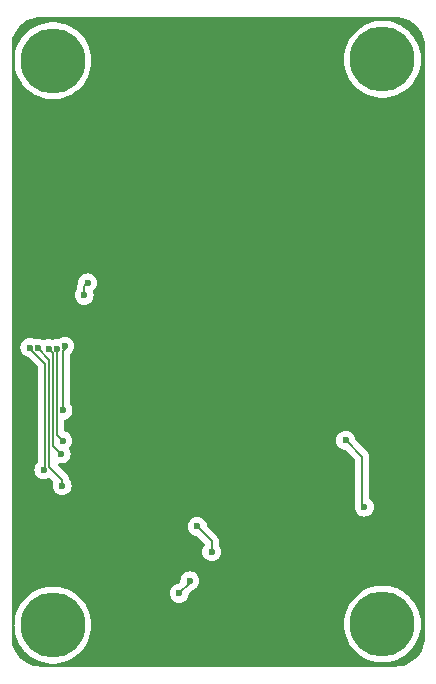
<source format=gbr>
%TF.GenerationSoftware,KiCad,Pcbnew,8.0.7*%
%TF.CreationDate,2025-01-15T11:33:58+05:30*%
%TF.ProjectId,STHDAQ_B1,53544844-4151-45f4-9231-2e6b69636164,rev?*%
%TF.SameCoordinates,Original*%
%TF.FileFunction,Copper,L2,Bot*%
%TF.FilePolarity,Positive*%
%FSLAX46Y46*%
G04 Gerber Fmt 4.6, Leading zero omitted, Abs format (unit mm)*
G04 Created by KiCad (PCBNEW 8.0.7) date 2025-01-15 11:33:58*
%MOMM*%
%LPD*%
G01*
G04 APERTURE LIST*
%TA.AperFunction,ComponentPad*%
%ADD10C,3.600000*%
%TD*%
%TA.AperFunction,ConnectorPad*%
%ADD11C,5.500000*%
%TD*%
%TA.AperFunction,ViaPad*%
%ADD12C,0.600000*%
%TD*%
%TA.AperFunction,Conductor*%
%ADD13C,0.200000*%
%TD*%
G04 APERTURE END LIST*
D10*
%TO.P,H1,1*%
%TO.N,N/C*%
X168930000Y-54605000D03*
D11*
X168930000Y-54605000D03*
%TD*%
D10*
%TO.P,H2,1*%
%TO.N,N/C*%
X141030000Y-54705000D03*
D11*
X141030000Y-54705000D03*
%TD*%
D10*
%TO.P,H4,1*%
%TO.N,N/C*%
X168930000Y-102405000D03*
D11*
X168930000Y-102405000D03*
%TD*%
D10*
%TO.P,H3,1*%
%TO.N,N/C*%
X141030000Y-102505000D03*
D11*
X141030000Y-102505000D03*
%TD*%
D12*
%TO.N,Earth*%
X165180000Y-77700000D03*
X164290000Y-83790000D03*
X159690000Y-90050000D03*
X164490000Y-93290000D03*
X159890000Y-95210000D03*
X143170000Y-93090000D03*
X152540000Y-89465000D03*
%TO.N,B_VIN*%
X151720000Y-99800000D03*
X152625000Y-98755000D03*
%TO.N,Net-(D3-A)*%
X153250000Y-94150000D03*
X154480000Y-96290000D03*
%TO.N,BAT*%
X167400000Y-92510000D03*
X165820000Y-86860000D03*
%TO.N,/DOUT*%
X143680000Y-74570000D03*
X143960000Y-73530000D03*
%TO.N,/DIN*%
X141880000Y-84310000D03*
X142041433Y-78897147D03*
%TO.N,/DRDY*%
X141860000Y-86880000D03*
X141370003Y-79095098D03*
%TO.N,/CS*%
X141730000Y-88010000D03*
X140670000Y-79095098D03*
%TO.N,/SYNC{slash}PDWN*%
X141810000Y-90710000D03*
X139776428Y-79070652D03*
%TO.N,/RESET*%
X140260000Y-89350000D03*
X139080000Y-79000000D03*
%TO.N,Earth*%
X152470000Y-83365000D03*
X154250000Y-84315000D03*
X156450000Y-87335000D03*
X148610000Y-92275000D03*
X149250000Y-91235000D03*
X148630000Y-87865000D03*
X148630000Y-86870000D03*
X148590000Y-85890000D03*
%TD*%
D13*
%TO.N,/DOUT*%
X143680000Y-73810000D02*
X143960000Y-73530000D01*
X143680000Y-74570000D02*
X143680000Y-73810000D01*
%TO.N,/RESET*%
X139080000Y-79081331D02*
X139080000Y-79000000D01*
X140390000Y-80391331D02*
X139080000Y-79081331D01*
X140390000Y-89220000D02*
X140390000Y-80391331D01*
X140260000Y-89350000D02*
X140390000Y-89220000D01*
%TO.N,/SYNC{slash}PDWN*%
X140720000Y-80014224D02*
X139776428Y-79070652D01*
X141810000Y-90192893D02*
X140720000Y-89102893D01*
X140720000Y-89102893D02*
X140720000Y-80014224D01*
X141810000Y-90710000D02*
X141810000Y-90192893D01*
%TO.N,/CS*%
X140870003Y-79302205D02*
X140870003Y-79295101D01*
X141020000Y-79452202D02*
X140870003Y-79302205D01*
X141020000Y-87300000D02*
X141020000Y-79452202D01*
X141730000Y-88010000D02*
X141020000Y-87300000D01*
X140870003Y-79295101D02*
X140670000Y-79095098D01*
%TO.N,/DRDY*%
X141380000Y-79105095D02*
X141370003Y-79095098D01*
X141380000Y-86400000D02*
X141380000Y-79105095D01*
X141860000Y-86880000D02*
X141380000Y-86400000D01*
%TO.N,/DIN*%
X142041433Y-79130775D02*
X142041433Y-78897147D01*
X141880000Y-79292208D02*
X142041433Y-79130775D01*
X141880000Y-84310000D02*
X141880000Y-79292208D01*
%TO.N,B_VIN*%
X152625000Y-98755000D02*
X152625000Y-98895000D01*
X152625000Y-98895000D02*
X151720000Y-99800000D01*
%TO.N,Net-(D3-A)*%
X153250000Y-94150000D02*
X154480000Y-95380000D01*
X154480000Y-95380000D02*
X154480000Y-96290000D01*
%TO.N,BAT*%
X167210000Y-92320000D02*
X167210000Y-88250000D01*
X167210000Y-88250000D02*
X165820000Y-86860000D01*
X167400000Y-92510000D02*
X167210000Y-92320000D01*
%TD*%
%TA.AperFunction,Conductor*%
%TO.N,Earth*%
G36*
X170033736Y-51005726D02*
G01*
X170323796Y-51023271D01*
X170338659Y-51025076D01*
X170620798Y-51076780D01*
X170635335Y-51080363D01*
X170909172Y-51165695D01*
X170923163Y-51171000D01*
X171184743Y-51288727D01*
X171197989Y-51295680D01*
X171443465Y-51444075D01*
X171455776Y-51452573D01*
X171506879Y-51492609D01*
X171681573Y-51629473D01*
X171692781Y-51639403D01*
X171895596Y-51842218D01*
X171905526Y-51853426D01*
X172025481Y-52006538D01*
X172082422Y-52079217D01*
X172090928Y-52091540D01*
X172239316Y-52337004D01*
X172246275Y-52350263D01*
X172363997Y-52611831D01*
X172369306Y-52625832D01*
X172454635Y-52899663D01*
X172458219Y-52914201D01*
X172509923Y-53196340D01*
X172511728Y-53211205D01*
X172529274Y-53501263D01*
X172529500Y-53508750D01*
X172529500Y-103501249D01*
X172529274Y-103508736D01*
X172511728Y-103798794D01*
X172509923Y-103813659D01*
X172458219Y-104095798D01*
X172454635Y-104110336D01*
X172369306Y-104384167D01*
X172363997Y-104398168D01*
X172246275Y-104659736D01*
X172239316Y-104672995D01*
X172090928Y-104918459D01*
X172082422Y-104930782D01*
X171905526Y-105156573D01*
X171895596Y-105167781D01*
X171692781Y-105370596D01*
X171681573Y-105380526D01*
X171455782Y-105557422D01*
X171443459Y-105565928D01*
X171197995Y-105714316D01*
X171184736Y-105721275D01*
X170923168Y-105838997D01*
X170909167Y-105844306D01*
X170635336Y-105929635D01*
X170620798Y-105933219D01*
X170338659Y-105984923D01*
X170323794Y-105986728D01*
X170033736Y-106004274D01*
X170026249Y-106004500D01*
X140033751Y-106004500D01*
X140026264Y-106004274D01*
X139736205Y-105986728D01*
X139721340Y-105984923D01*
X139439201Y-105933219D01*
X139424663Y-105929635D01*
X139150832Y-105844306D01*
X139136831Y-105838997D01*
X138875263Y-105721275D01*
X138862004Y-105714316D01*
X138764709Y-105655499D01*
X138616537Y-105565926D01*
X138604217Y-105557422D01*
X138568033Y-105529074D01*
X138440388Y-105429070D01*
X138378426Y-105380526D01*
X138367218Y-105370596D01*
X138164403Y-105167781D01*
X138154473Y-105156573D01*
X138109645Y-105099354D01*
X137977573Y-104930776D01*
X137969075Y-104918465D01*
X137820680Y-104672989D01*
X137813727Y-104659743D01*
X137696000Y-104398163D01*
X137690693Y-104384167D01*
X137687841Y-104375016D01*
X137605363Y-104110335D01*
X137601780Y-104095798D01*
X137550076Y-103813659D01*
X137548271Y-103798794D01*
X137546641Y-103771854D01*
X137530726Y-103508736D01*
X137530500Y-103501249D01*
X137530500Y-102577963D01*
X137550185Y-102510924D01*
X137553729Y-102507853D01*
X137750871Y-102507853D01*
X137773477Y-102543028D01*
X137778318Y-102571250D01*
X137793808Y-102856954D01*
X137850833Y-103204793D01*
X137850834Y-103204796D01*
X137945126Y-103544408D01*
X137945127Y-103544410D01*
X138075588Y-103871844D01*
X138075597Y-103871862D01*
X138187678Y-104083269D01*
X138240695Y-104183269D01*
X138381767Y-104391335D01*
X138438498Y-104475006D01*
X138438505Y-104475016D01*
X138606671Y-104672995D01*
X138666686Y-104743650D01*
X138922580Y-104986046D01*
X139203182Y-105199354D01*
X139505202Y-105381074D01*
X139505206Y-105381075D01*
X139505210Y-105381078D01*
X139825088Y-105529070D01*
X139825092Y-105529070D01*
X139825099Y-105529074D01*
X140159122Y-105641619D01*
X140503355Y-105717391D01*
X140853763Y-105755500D01*
X140853769Y-105755500D01*
X141206231Y-105755500D01*
X141206237Y-105755500D01*
X141556645Y-105717391D01*
X141900878Y-105641619D01*
X142234901Y-105529074D01*
X142234908Y-105529070D01*
X142234911Y-105529070D01*
X142554789Y-105381078D01*
X142554798Y-105381074D01*
X142856818Y-105199354D01*
X143137420Y-104986046D01*
X143393314Y-104743650D01*
X143621501Y-104475008D01*
X143819305Y-104183269D01*
X143984407Y-103871854D01*
X144114871Y-103544414D01*
X144209168Y-103204788D01*
X144266191Y-102856957D01*
X144285274Y-102505000D01*
X144279852Y-102404997D01*
X165674726Y-102404997D01*
X165674726Y-102405002D01*
X165693808Y-102756954D01*
X165750833Y-103104793D01*
X165750834Y-103104796D01*
X165845126Y-103444408D01*
X165845127Y-103444410D01*
X165975588Y-103771844D01*
X165975597Y-103771862D01*
X166140695Y-104083269D01*
X166338498Y-104375006D01*
X166338505Y-104375016D01*
X166566685Y-104643649D01*
X166566686Y-104643650D01*
X166822580Y-104886046D01*
X167103182Y-105099354D01*
X167405202Y-105281074D01*
X167405206Y-105281075D01*
X167405210Y-105281078D01*
X167725088Y-105429070D01*
X167725092Y-105429070D01*
X167725099Y-105429074D01*
X168059122Y-105541619D01*
X168403355Y-105617391D01*
X168753763Y-105655500D01*
X168753769Y-105655500D01*
X169106231Y-105655500D01*
X169106237Y-105655500D01*
X169456645Y-105617391D01*
X169800878Y-105541619D01*
X170134901Y-105429074D01*
X170134908Y-105429070D01*
X170134911Y-105429070D01*
X170454789Y-105281078D01*
X170454798Y-105281074D01*
X170756818Y-105099354D01*
X171037420Y-104886046D01*
X171293314Y-104643650D01*
X171521501Y-104375008D01*
X171719305Y-104083269D01*
X171884407Y-103771854D01*
X172014871Y-103444414D01*
X172016345Y-103439108D01*
X172043180Y-103342453D01*
X172109168Y-103104788D01*
X172166191Y-102756957D01*
X172185274Y-102405000D01*
X172166191Y-102053043D01*
X172109168Y-101705212D01*
X172066704Y-101552271D01*
X172014873Y-101365591D01*
X172014872Y-101365589D01*
X171884411Y-101038155D01*
X171884402Y-101038137D01*
X171719305Y-100726731D01*
X171521501Y-100434992D01*
X171521497Y-100434987D01*
X171521494Y-100434983D01*
X171293314Y-100166350D01*
X171275548Y-100149521D01*
X171037420Y-99923954D01*
X171037413Y-99923948D01*
X171037410Y-99923946D01*
X170756815Y-99710644D01*
X170454802Y-99528928D01*
X170454789Y-99528921D01*
X170134911Y-99380929D01*
X170134906Y-99380928D01*
X170134903Y-99380927D01*
X170134901Y-99380926D01*
X170028432Y-99345052D01*
X169800880Y-99268381D01*
X169456643Y-99192608D01*
X169106238Y-99154500D01*
X169106237Y-99154500D01*
X168753763Y-99154500D01*
X168753761Y-99154500D01*
X168403356Y-99192608D01*
X168059119Y-99268381D01*
X167725093Y-99380928D01*
X167725088Y-99380929D01*
X167405210Y-99528921D01*
X167405197Y-99528928D01*
X167103184Y-99710644D01*
X166822589Y-99923946D01*
X166822580Y-99923954D01*
X166566685Y-100166350D01*
X166338505Y-100434983D01*
X166338498Y-100434993D01*
X166140695Y-100726730D01*
X165975597Y-101038137D01*
X165975588Y-101038155D01*
X165845127Y-101365589D01*
X165845126Y-101365591D01*
X165750834Y-101705203D01*
X165750833Y-101705206D01*
X165693808Y-102053045D01*
X165674726Y-102404997D01*
X144279852Y-102404997D01*
X144266191Y-102153043D01*
X144209168Y-101805212D01*
X144166704Y-101652271D01*
X144114873Y-101465591D01*
X144114872Y-101465589D01*
X143984411Y-101138155D01*
X143984402Y-101138137D01*
X143931390Y-101038146D01*
X143819305Y-100826731D01*
X143621501Y-100534992D01*
X143621497Y-100534987D01*
X143621494Y-100534983D01*
X143393314Y-100266350D01*
X143269979Y-100149521D01*
X143137420Y-100023954D01*
X143137413Y-100023948D01*
X143137410Y-100023946D01*
X142964275Y-99892333D01*
X142856818Y-99810646D01*
X142856815Y-99810644D01*
X142839118Y-99799996D01*
X150914435Y-99799996D01*
X150914435Y-99800003D01*
X150934630Y-99979249D01*
X150934631Y-99979254D01*
X150994211Y-100149523D01*
X151067619Y-100266350D01*
X151090184Y-100302262D01*
X151217738Y-100429816D01*
X151370478Y-100525789D01*
X151396779Y-100534992D01*
X151540745Y-100585368D01*
X151540750Y-100585369D01*
X151719996Y-100605565D01*
X151720000Y-100605565D01*
X151720004Y-100605565D01*
X151899249Y-100585369D01*
X151899252Y-100585368D01*
X151899255Y-100585368D01*
X152069522Y-100525789D01*
X152222262Y-100429816D01*
X152349816Y-100302262D01*
X152445789Y-100149522D01*
X152505368Y-99979255D01*
X152515161Y-99892329D01*
X152542226Y-99827918D01*
X152550690Y-99818543D01*
X152822102Y-99547131D01*
X152868826Y-99517773D01*
X152974522Y-99480789D01*
X153127262Y-99384816D01*
X153254816Y-99257262D01*
X153350789Y-99104522D01*
X153410368Y-98934255D01*
X153419742Y-98851057D01*
X153430565Y-98755003D01*
X153430565Y-98754996D01*
X153410369Y-98575750D01*
X153410368Y-98575745D01*
X153350788Y-98405476D01*
X153254815Y-98252737D01*
X153127262Y-98125184D01*
X152974523Y-98029211D01*
X152804254Y-97969631D01*
X152804249Y-97969630D01*
X152625004Y-97949435D01*
X152624996Y-97949435D01*
X152445750Y-97969630D01*
X152445745Y-97969631D01*
X152275476Y-98029211D01*
X152122737Y-98125184D01*
X151995184Y-98252737D01*
X151899211Y-98405476D01*
X151839631Y-98575745D01*
X151839630Y-98575750D01*
X151819435Y-98754996D01*
X151819435Y-98755004D01*
X151822503Y-98782236D01*
X151810448Y-98851057D01*
X151786964Y-98883799D01*
X151701465Y-98969298D01*
X151640142Y-99002783D01*
X151627668Y-99004837D01*
X151540750Y-99014630D01*
X151370478Y-99074210D01*
X151217737Y-99170184D01*
X151090184Y-99297737D01*
X150994211Y-99450476D01*
X150934631Y-99620745D01*
X150934630Y-99620750D01*
X150914435Y-99799996D01*
X142839118Y-99799996D01*
X142554802Y-99628928D01*
X142554789Y-99628921D01*
X142234911Y-99480929D01*
X142234906Y-99480928D01*
X142234903Y-99480927D01*
X142234901Y-99480926D01*
X142128432Y-99445052D01*
X141900880Y-99368381D01*
X141556643Y-99292608D01*
X141206238Y-99254500D01*
X141206237Y-99254500D01*
X140853763Y-99254500D01*
X140853761Y-99254500D01*
X140503356Y-99292608D01*
X140159119Y-99368381D01*
X139825093Y-99480928D01*
X139825088Y-99480929D01*
X139505210Y-99628921D01*
X139505197Y-99628928D01*
X139203184Y-99810644D01*
X138922589Y-100023946D01*
X138922580Y-100023954D01*
X138666685Y-100266350D01*
X138438505Y-100534983D01*
X138438498Y-100534993D01*
X138240695Y-100826730D01*
X138075597Y-101138137D01*
X138075588Y-101138155D01*
X137945127Y-101465589D01*
X137945126Y-101465591D01*
X137850834Y-101805203D01*
X137850833Y-101805206D01*
X137793808Y-102153045D01*
X137778318Y-102438749D01*
X137755033Y-102504625D01*
X137750871Y-102507853D01*
X137553729Y-102507853D01*
X137558429Y-102503780D01*
X137533806Y-102460478D01*
X137530500Y-102432036D01*
X137530500Y-94149996D01*
X152444435Y-94149996D01*
X152444435Y-94150003D01*
X152464630Y-94329249D01*
X152464631Y-94329254D01*
X152524211Y-94499523D01*
X152620184Y-94652262D01*
X152747738Y-94779816D01*
X152900478Y-94875789D01*
X153070745Y-94935368D01*
X153157669Y-94945161D01*
X153222080Y-94972226D01*
X153231465Y-94980700D01*
X153843181Y-95592416D01*
X153876666Y-95653739D01*
X153879500Y-95680097D01*
X153879500Y-95707587D01*
X153859815Y-95774626D01*
X153852450Y-95784896D01*
X153850186Y-95787734D01*
X153754211Y-95940476D01*
X153694631Y-96110745D01*
X153694630Y-96110750D01*
X153674435Y-96289996D01*
X153674435Y-96290003D01*
X153694630Y-96469249D01*
X153694631Y-96469254D01*
X153754211Y-96639523D01*
X153850184Y-96792262D01*
X153977738Y-96919816D01*
X154130478Y-97015789D01*
X154300745Y-97075368D01*
X154300750Y-97075369D01*
X154479996Y-97095565D01*
X154480000Y-97095565D01*
X154480004Y-97095565D01*
X154659249Y-97075369D01*
X154659252Y-97075368D01*
X154659255Y-97075368D01*
X154829522Y-97015789D01*
X154982262Y-96919816D01*
X155109816Y-96792262D01*
X155205789Y-96639522D01*
X155265368Y-96469255D01*
X155285565Y-96290000D01*
X155265368Y-96110745D01*
X155205789Y-95940478D01*
X155109816Y-95787738D01*
X155109814Y-95787736D01*
X155109813Y-95787734D01*
X155107550Y-95784896D01*
X155106659Y-95782715D01*
X155106111Y-95781842D01*
X155106264Y-95781745D01*
X155081144Y-95720209D01*
X155080500Y-95707587D01*
X155080500Y-95469060D01*
X155080501Y-95469047D01*
X155080501Y-95300944D01*
X155039576Y-95148214D01*
X155039573Y-95148209D01*
X154960524Y-95011290D01*
X154960518Y-95011282D01*
X154080700Y-94131465D01*
X154047215Y-94070142D01*
X154045163Y-94057686D01*
X154035368Y-93970745D01*
X153975789Y-93800478D01*
X153879816Y-93647738D01*
X153752262Y-93520184D01*
X153599523Y-93424211D01*
X153429254Y-93364631D01*
X153429249Y-93364630D01*
X153250004Y-93344435D01*
X153249996Y-93344435D01*
X153070750Y-93364630D01*
X153070745Y-93364631D01*
X152900476Y-93424211D01*
X152747737Y-93520184D01*
X152620184Y-93647737D01*
X152524211Y-93800476D01*
X152464631Y-93970745D01*
X152464630Y-93970750D01*
X152444435Y-94149996D01*
X137530500Y-94149996D01*
X137530500Y-78999996D01*
X138274435Y-78999996D01*
X138274435Y-79000003D01*
X138294630Y-79179249D01*
X138294631Y-79179254D01*
X138354211Y-79349523D01*
X138385557Y-79399409D01*
X138450184Y-79502262D01*
X138577738Y-79629816D01*
X138730478Y-79725789D01*
X138900745Y-79785368D01*
X138900749Y-79785368D01*
X138907533Y-79786917D01*
X138906958Y-79789435D01*
X138960421Y-79811899D01*
X138969808Y-79820374D01*
X139753181Y-80603747D01*
X139786666Y-80665070D01*
X139789500Y-80691428D01*
X139789500Y-88637060D01*
X139769815Y-88704099D01*
X139753181Y-88724741D01*
X139630184Y-88847737D01*
X139534211Y-89000476D01*
X139474631Y-89170745D01*
X139474630Y-89170750D01*
X139454435Y-89349996D01*
X139454435Y-89350003D01*
X139474630Y-89529249D01*
X139474631Y-89529254D01*
X139534211Y-89699523D01*
X139612536Y-89824175D01*
X139630184Y-89852262D01*
X139757738Y-89979816D01*
X139766687Y-89985439D01*
X139877968Y-90055362D01*
X139910478Y-90075789D01*
X140019210Y-90113836D01*
X140080745Y-90135368D01*
X140080750Y-90135369D01*
X140259996Y-90155565D01*
X140260000Y-90155565D01*
X140260004Y-90155565D01*
X140439249Y-90135369D01*
X140439252Y-90135368D01*
X140439255Y-90135368D01*
X140609522Y-90075789D01*
X140669585Y-90038048D01*
X140736815Y-90019049D01*
X140803651Y-90039415D01*
X140823234Y-90055362D01*
X141040558Y-90272686D01*
X141074043Y-90334009D01*
X141069919Y-90401322D01*
X141024631Y-90530745D01*
X141024630Y-90530750D01*
X141004435Y-90709996D01*
X141004435Y-90710003D01*
X141024630Y-90889249D01*
X141024631Y-90889254D01*
X141084211Y-91059523D01*
X141180184Y-91212262D01*
X141307738Y-91339816D01*
X141460478Y-91435789D01*
X141630745Y-91495368D01*
X141630750Y-91495369D01*
X141809996Y-91515565D01*
X141810000Y-91515565D01*
X141810004Y-91515565D01*
X141989249Y-91495369D01*
X141989252Y-91495368D01*
X141989255Y-91495368D01*
X142159522Y-91435789D01*
X142312262Y-91339816D01*
X142439816Y-91212262D01*
X142535789Y-91059522D01*
X142595368Y-90889255D01*
X142615565Y-90710000D01*
X142595368Y-90530745D01*
X142535789Y-90360478D01*
X142519157Y-90334009D01*
X142496582Y-90298080D01*
X142439816Y-90207738D01*
X142439815Y-90207737D01*
X142437555Y-90204903D01*
X142436665Y-90202724D01*
X142436111Y-90201842D01*
X142436265Y-90201744D01*
X142411146Y-90140216D01*
X142410501Y-90127589D01*
X142410501Y-90113837D01*
X142400306Y-90075788D01*
X142369577Y-89961109D01*
X142306735Y-89852262D01*
X142290524Y-89824183D01*
X142290518Y-89824175D01*
X141475587Y-89009244D01*
X141442102Y-88947921D01*
X141447086Y-88878229D01*
X141488958Y-88822296D01*
X141554422Y-88797879D01*
X141577148Y-88798342D01*
X141652267Y-88806806D01*
X141729997Y-88815565D01*
X141730000Y-88815565D01*
X141730004Y-88815565D01*
X141909249Y-88795369D01*
X141909252Y-88795368D01*
X141909255Y-88795368D01*
X142079522Y-88735789D01*
X142232262Y-88639816D01*
X142359816Y-88512262D01*
X142455789Y-88359522D01*
X142515368Y-88189255D01*
X142517431Y-88170945D01*
X142535565Y-88010003D01*
X142535565Y-88009996D01*
X142515369Y-87830750D01*
X142515368Y-87830745D01*
X142466364Y-87690700D01*
X142455789Y-87660478D01*
X142414172Y-87594245D01*
X142395172Y-87527009D01*
X142415540Y-87460173D01*
X142431476Y-87440601D01*
X142489816Y-87382262D01*
X142585789Y-87229522D01*
X142645368Y-87059255D01*
X142645369Y-87059249D01*
X142665565Y-86880003D01*
X142665565Y-86879996D01*
X142663312Y-86859996D01*
X165014435Y-86859996D01*
X165014435Y-86860003D01*
X165034630Y-87039249D01*
X165034631Y-87039254D01*
X165094211Y-87209523D01*
X165106778Y-87229523D01*
X165190184Y-87362262D01*
X165317738Y-87489816D01*
X165470478Y-87585789D01*
X165640745Y-87645368D01*
X165727669Y-87655161D01*
X165792080Y-87682226D01*
X165801465Y-87690700D01*
X166573181Y-88462416D01*
X166606666Y-88523739D01*
X166609500Y-88550097D01*
X166609500Y-92233330D01*
X166609499Y-92233348D01*
X166609499Y-92369341D01*
X166608719Y-92383225D01*
X166594435Y-92509997D01*
X166594435Y-92510003D01*
X166614630Y-92689249D01*
X166614631Y-92689254D01*
X166674211Y-92859523D01*
X166770184Y-93012262D01*
X166897738Y-93139816D01*
X167050478Y-93235789D01*
X167220745Y-93295368D01*
X167220750Y-93295369D01*
X167399996Y-93315565D01*
X167400000Y-93315565D01*
X167400004Y-93315565D01*
X167579249Y-93295369D01*
X167579252Y-93295368D01*
X167579255Y-93295368D01*
X167749522Y-93235789D01*
X167902262Y-93139816D01*
X168029816Y-93012262D01*
X168125789Y-92859522D01*
X168185368Y-92689255D01*
X168205565Y-92510000D01*
X168185368Y-92330745D01*
X168125789Y-92160478D01*
X168029816Y-92007738D01*
X167902262Y-91880184D01*
X167868526Y-91858986D01*
X167822236Y-91806651D01*
X167810500Y-91753993D01*
X167810500Y-88339059D01*
X167810501Y-88339046D01*
X167810501Y-88170945D01*
X167810501Y-88170943D01*
X167769577Y-88018215D01*
X167719190Y-87930943D01*
X167690520Y-87881284D01*
X167578716Y-87769480D01*
X167578715Y-87769479D01*
X167574385Y-87765149D01*
X167574374Y-87765139D01*
X166650700Y-86841465D01*
X166617215Y-86780142D01*
X166615163Y-86767686D01*
X166605368Y-86680745D01*
X166545789Y-86510478D01*
X166449816Y-86357738D01*
X166322262Y-86230184D01*
X166169523Y-86134211D01*
X165999254Y-86074631D01*
X165999249Y-86074630D01*
X165820004Y-86054435D01*
X165819996Y-86054435D01*
X165640750Y-86074630D01*
X165640745Y-86074631D01*
X165470476Y-86134211D01*
X165317737Y-86230184D01*
X165190184Y-86357737D01*
X165094211Y-86510476D01*
X165034631Y-86680745D01*
X165034630Y-86680750D01*
X165014435Y-86859996D01*
X142663312Y-86859996D01*
X142645369Y-86700750D01*
X142645368Y-86700745D01*
X142585788Y-86530476D01*
X142489815Y-86377737D01*
X142362262Y-86250184D01*
X142209521Y-86154210D01*
X142099379Y-86115670D01*
X142063545Y-86103131D01*
X142006770Y-86062410D01*
X141981022Y-85997458D01*
X141980500Y-85986090D01*
X141980500Y-85210908D01*
X142000185Y-85143869D01*
X142052989Y-85098114D01*
X142063536Y-85093869D01*
X142229522Y-85035789D01*
X142382262Y-84939816D01*
X142509816Y-84812262D01*
X142605789Y-84659522D01*
X142665368Y-84489255D01*
X142685565Y-84310000D01*
X142665368Y-84130745D01*
X142605789Y-83960478D01*
X142509816Y-83807738D01*
X142509814Y-83807736D01*
X142509813Y-83807734D01*
X142507550Y-83804896D01*
X142506659Y-83802715D01*
X142506111Y-83801842D01*
X142506264Y-83801745D01*
X142481144Y-83740209D01*
X142480500Y-83727587D01*
X142480500Y-79635203D01*
X142500185Y-79568164D01*
X142538528Y-79530209D01*
X142543695Y-79526963D01*
X142671249Y-79399409D01*
X142767222Y-79246669D01*
X142826801Y-79076402D01*
X142835409Y-79000003D01*
X142846998Y-78897150D01*
X142846998Y-78897143D01*
X142826802Y-78717897D01*
X142826801Y-78717892D01*
X142767221Y-78547623D01*
X142671248Y-78394884D01*
X142543695Y-78267331D01*
X142390956Y-78171358D01*
X142220687Y-78111778D01*
X142220682Y-78111777D01*
X142041437Y-78091582D01*
X142041429Y-78091582D01*
X141862183Y-78111777D01*
X141862178Y-78111778D01*
X141691909Y-78171358D01*
X141539163Y-78267335D01*
X141533984Y-78271466D01*
X141469296Y-78297870D01*
X141442795Y-78297734D01*
X141370007Y-78289533D01*
X141369999Y-78289533D01*
X141190753Y-78309728D01*
X141190745Y-78309730D01*
X141060955Y-78355146D01*
X140991177Y-78358707D01*
X140979046Y-78355145D01*
X140849262Y-78309731D01*
X140849249Y-78309728D01*
X140670004Y-78289533D01*
X140669996Y-78289533D01*
X140490750Y-78309728D01*
X140490737Y-78309731D01*
X140320478Y-78369308D01*
X140308634Y-78376750D01*
X140241397Y-78395748D01*
X140176693Y-78376747D01*
X140125952Y-78344863D01*
X139955682Y-78285283D01*
X139955677Y-78285282D01*
X139776432Y-78265087D01*
X139776424Y-78265087D01*
X139597174Y-78285283D01*
X139597170Y-78285284D01*
X139557170Y-78299280D01*
X139487392Y-78302841D01*
X139450247Y-78287233D01*
X139429522Y-78274211D01*
X139259254Y-78214631D01*
X139259249Y-78214630D01*
X139080004Y-78194435D01*
X139079996Y-78194435D01*
X138900750Y-78214630D01*
X138900745Y-78214631D01*
X138730476Y-78274211D01*
X138577737Y-78370184D01*
X138450184Y-78497737D01*
X138354211Y-78650476D01*
X138294631Y-78820745D01*
X138294630Y-78820750D01*
X138274435Y-78999996D01*
X137530500Y-78999996D01*
X137530500Y-74569996D01*
X142874435Y-74569996D01*
X142874435Y-74570003D01*
X142894630Y-74749249D01*
X142894631Y-74749254D01*
X142954211Y-74919523D01*
X143050184Y-75072262D01*
X143177738Y-75199816D01*
X143330478Y-75295789D01*
X143500745Y-75355368D01*
X143500750Y-75355369D01*
X143679996Y-75375565D01*
X143680000Y-75375565D01*
X143680004Y-75375565D01*
X143859249Y-75355369D01*
X143859252Y-75355368D01*
X143859255Y-75355368D01*
X144029522Y-75295789D01*
X144182262Y-75199816D01*
X144309816Y-75072262D01*
X144405789Y-74919522D01*
X144465368Y-74749255D01*
X144485565Y-74570000D01*
X144465368Y-74390745D01*
X144465367Y-74390743D01*
X144465366Y-74390737D01*
X144430437Y-74290916D01*
X144426875Y-74221137D01*
X144459797Y-74162279D01*
X144462256Y-74159819D01*
X144462262Y-74159816D01*
X144589816Y-74032262D01*
X144685789Y-73879522D01*
X144745368Y-73709255D01*
X144765565Y-73530000D01*
X144765350Y-73528095D01*
X144745369Y-73350750D01*
X144745368Y-73350745D01*
X144685788Y-73180476D01*
X144589815Y-73027737D01*
X144462262Y-72900184D01*
X144309523Y-72804211D01*
X144139254Y-72744631D01*
X144139249Y-72744630D01*
X143960004Y-72724435D01*
X143959996Y-72724435D01*
X143780750Y-72744630D01*
X143780745Y-72744631D01*
X143610476Y-72804211D01*
X143457737Y-72900184D01*
X143330184Y-73027737D01*
X143234210Y-73180478D01*
X143174630Y-73350750D01*
X143158828Y-73491002D01*
X143142995Y-73539118D01*
X143120424Y-73578211D01*
X143120423Y-73578215D01*
X143079499Y-73730943D01*
X143079499Y-73730945D01*
X143079499Y-73899046D01*
X143079500Y-73899059D01*
X143079500Y-73987587D01*
X143059815Y-74054626D01*
X143052450Y-74064896D01*
X143050186Y-74067734D01*
X142954211Y-74220476D01*
X142894631Y-74390745D01*
X142894630Y-74390750D01*
X142874435Y-74569996D01*
X137530500Y-74569996D01*
X137530500Y-54777963D01*
X137550185Y-54710924D01*
X137553729Y-54707853D01*
X137750871Y-54707853D01*
X137773477Y-54743028D01*
X137778318Y-54771250D01*
X137793808Y-55056954D01*
X137850833Y-55404793D01*
X137850834Y-55404796D01*
X137945126Y-55744408D01*
X137945127Y-55744410D01*
X138075588Y-56071844D01*
X138075593Y-56071854D01*
X138240695Y-56383269D01*
X138370697Y-56575008D01*
X138438498Y-56675006D01*
X138438505Y-56675016D01*
X138581744Y-56843649D01*
X138666686Y-56943650D01*
X138922580Y-57186046D01*
X139203182Y-57399354D01*
X139505202Y-57581074D01*
X139505206Y-57581075D01*
X139505210Y-57581078D01*
X139825088Y-57729070D01*
X139825092Y-57729070D01*
X139825099Y-57729074D01*
X140159122Y-57841619D01*
X140503355Y-57917391D01*
X140853763Y-57955500D01*
X140853769Y-57955500D01*
X141206231Y-57955500D01*
X141206237Y-57955500D01*
X141556645Y-57917391D01*
X141900878Y-57841619D01*
X142234901Y-57729074D01*
X142234908Y-57729070D01*
X142234911Y-57729070D01*
X142554789Y-57581078D01*
X142554798Y-57581074D01*
X142856818Y-57399354D01*
X143137420Y-57186046D01*
X143393314Y-56943650D01*
X143621501Y-56675008D01*
X143819305Y-56383269D01*
X143984407Y-56071854D01*
X144114871Y-55744414D01*
X144209168Y-55404788D01*
X144266191Y-55056957D01*
X144285274Y-54705000D01*
X144279852Y-54604997D01*
X165674726Y-54604997D01*
X165674726Y-54605002D01*
X165693808Y-54956954D01*
X165750833Y-55304793D01*
X165750834Y-55304796D01*
X165845126Y-55644408D01*
X165845127Y-55644410D01*
X165975588Y-55971844D01*
X165975597Y-55971862D01*
X166140695Y-56283269D01*
X166338498Y-56575006D01*
X166338505Y-56575016D01*
X166566685Y-56843649D01*
X166566686Y-56843650D01*
X166822580Y-57086046D01*
X167103182Y-57299354D01*
X167405202Y-57481074D01*
X167405206Y-57481075D01*
X167405210Y-57481078D01*
X167725088Y-57629070D01*
X167725092Y-57629070D01*
X167725099Y-57629074D01*
X168059122Y-57741619D01*
X168403355Y-57817391D01*
X168753763Y-57855500D01*
X168753769Y-57855500D01*
X169106231Y-57855500D01*
X169106237Y-57855500D01*
X169456645Y-57817391D01*
X169800878Y-57741619D01*
X170134901Y-57629074D01*
X170134908Y-57629070D01*
X170134911Y-57629070D01*
X170454789Y-57481078D01*
X170454798Y-57481074D01*
X170756818Y-57299354D01*
X171037420Y-57086046D01*
X171293314Y-56843650D01*
X171521501Y-56575008D01*
X171719305Y-56283269D01*
X171884407Y-55971854D01*
X172014871Y-55644414D01*
X172109168Y-55304788D01*
X172166191Y-54956957D01*
X172185274Y-54605000D01*
X172166191Y-54253043D01*
X172109168Y-53905212D01*
X172066704Y-53752271D01*
X172014873Y-53565591D01*
X172014872Y-53565589D01*
X171884411Y-53238155D01*
X171884402Y-53238137D01*
X171862243Y-53196340D01*
X171719305Y-52926731D01*
X171521501Y-52634992D01*
X171521497Y-52634987D01*
X171521494Y-52634983D01*
X171293314Y-52366350D01*
X171248917Y-52324295D01*
X171037420Y-52123954D01*
X171037413Y-52123948D01*
X171037410Y-52123946D01*
X170756815Y-51910644D01*
X170454802Y-51728928D01*
X170454789Y-51728921D01*
X170134911Y-51580929D01*
X170134906Y-51580928D01*
X170134903Y-51580927D01*
X170134901Y-51580926D01*
X170028432Y-51545052D01*
X169800880Y-51468381D01*
X169456643Y-51392608D01*
X169106238Y-51354500D01*
X169106237Y-51354500D01*
X168753763Y-51354500D01*
X168753761Y-51354500D01*
X168403356Y-51392608D01*
X168059119Y-51468381D01*
X167725093Y-51580928D01*
X167725088Y-51580929D01*
X167405210Y-51728921D01*
X167405197Y-51728928D01*
X167103184Y-51910644D01*
X166822589Y-52123946D01*
X166822580Y-52123954D01*
X166566685Y-52366350D01*
X166338505Y-52634983D01*
X166338498Y-52634993D01*
X166140695Y-52926730D01*
X165975597Y-53238137D01*
X165975588Y-53238155D01*
X165845127Y-53565589D01*
X165845126Y-53565591D01*
X165750834Y-53905203D01*
X165750833Y-53905206D01*
X165693808Y-54253045D01*
X165674726Y-54604997D01*
X144279852Y-54604997D01*
X144266191Y-54353043D01*
X144209168Y-54005212D01*
X144166704Y-53852271D01*
X144114873Y-53665591D01*
X144114872Y-53665589D01*
X143984411Y-53338155D01*
X143984402Y-53338137D01*
X143931390Y-53238146D01*
X143819305Y-53026731D01*
X143621501Y-52734992D01*
X143621497Y-52734987D01*
X143621494Y-52734983D01*
X143393314Y-52466350D01*
X143287745Y-52366350D01*
X143137420Y-52223954D01*
X143137413Y-52223948D01*
X143137410Y-52223946D01*
X142963232Y-52091540D01*
X142856818Y-52010646D01*
X142856815Y-52010644D01*
X142554802Y-51828928D01*
X142554789Y-51828921D01*
X142234911Y-51680929D01*
X142234906Y-51680928D01*
X142234903Y-51680927D01*
X142234901Y-51680926D01*
X142095917Y-51634097D01*
X141900880Y-51568381D01*
X141556643Y-51492608D01*
X141206238Y-51454500D01*
X141206237Y-51454500D01*
X140853763Y-51454500D01*
X140853761Y-51454500D01*
X140503356Y-51492608D01*
X140159119Y-51568381D01*
X139825093Y-51680928D01*
X139825088Y-51680929D01*
X139505210Y-51828921D01*
X139505197Y-51828928D01*
X139203184Y-52010644D01*
X138922589Y-52223946D01*
X138922580Y-52223954D01*
X138666685Y-52466350D01*
X138438505Y-52734983D01*
X138438498Y-52734993D01*
X138240695Y-53026730D01*
X138075597Y-53338137D01*
X138075588Y-53338155D01*
X137945127Y-53665589D01*
X137945126Y-53665591D01*
X137850834Y-54005203D01*
X137850833Y-54005206D01*
X137793808Y-54353045D01*
X137778318Y-54638749D01*
X137755033Y-54704625D01*
X137750871Y-54707853D01*
X137553729Y-54707853D01*
X137558429Y-54703780D01*
X137533806Y-54660478D01*
X137530500Y-54632036D01*
X137530500Y-53508750D01*
X137530726Y-53501263D01*
X137546641Y-53238155D01*
X137548271Y-53211201D01*
X137550076Y-53196340D01*
X137601780Y-52914201D01*
X137605364Y-52899663D01*
X137690696Y-52625822D01*
X137695998Y-52611841D01*
X137813731Y-52350249D01*
X137820676Y-52337016D01*
X137969080Y-52091526D01*
X137977567Y-52079230D01*
X138154480Y-51853417D01*
X138164395Y-51842226D01*
X138367226Y-51639395D01*
X138378417Y-51629480D01*
X138604230Y-51452567D01*
X138616526Y-51444080D01*
X138862016Y-51295676D01*
X138875249Y-51288731D01*
X139136841Y-51170998D01*
X139150822Y-51165696D01*
X139424668Y-51080362D01*
X139439197Y-51076780D01*
X139721344Y-51025075D01*
X139736201Y-51023271D01*
X140026264Y-51005726D01*
X140033751Y-51005500D01*
X140095892Y-51005500D01*
X169964108Y-51005500D01*
X170026249Y-51005500D01*
X170033736Y-51005726D01*
G37*
%TD.AperFunction*%
%TD*%
M02*

</source>
